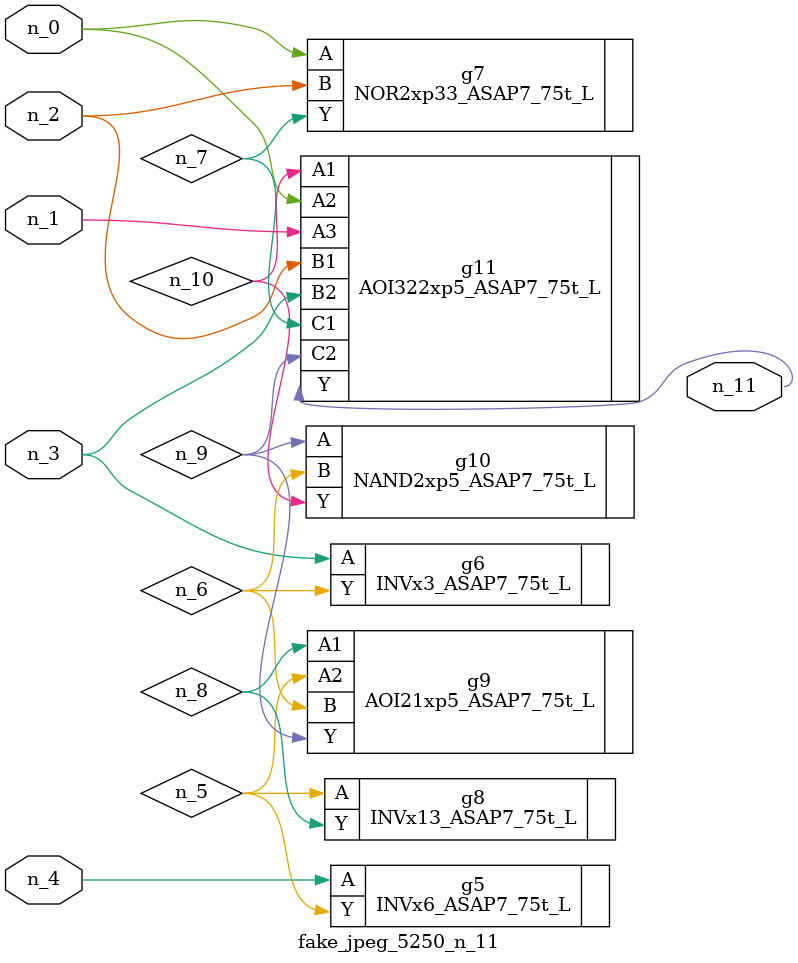
<source format=v>
module fake_jpeg_5250_n_11 (n_3, n_2, n_1, n_0, n_4, n_11);

input n_3;
input n_2;
input n_1;
input n_0;
input n_4;

output n_11;

wire n_10;
wire n_8;
wire n_9;
wire n_6;
wire n_5;
wire n_7;

INVx6_ASAP7_75t_L g5 ( 
.A(n_4),
.Y(n_5)
);

INVx3_ASAP7_75t_L g6 ( 
.A(n_3),
.Y(n_6)
);

NOR2xp33_ASAP7_75t_L g7 ( 
.A(n_0),
.B(n_2),
.Y(n_7)
);

INVx13_ASAP7_75t_L g8 ( 
.A(n_5),
.Y(n_8)
);

AOI21xp5_ASAP7_75t_L g9 ( 
.A1(n_8),
.A2(n_5),
.B(n_6),
.Y(n_9)
);

NAND2xp5_ASAP7_75t_L g10 ( 
.A(n_9),
.B(n_6),
.Y(n_10)
);

AOI322xp5_ASAP7_75t_L g11 ( 
.A1(n_10),
.A2(n_0),
.A3(n_1),
.B1(n_2),
.B2(n_3),
.C1(n_7),
.C2(n_9),
.Y(n_11)
);


endmodule
</source>
